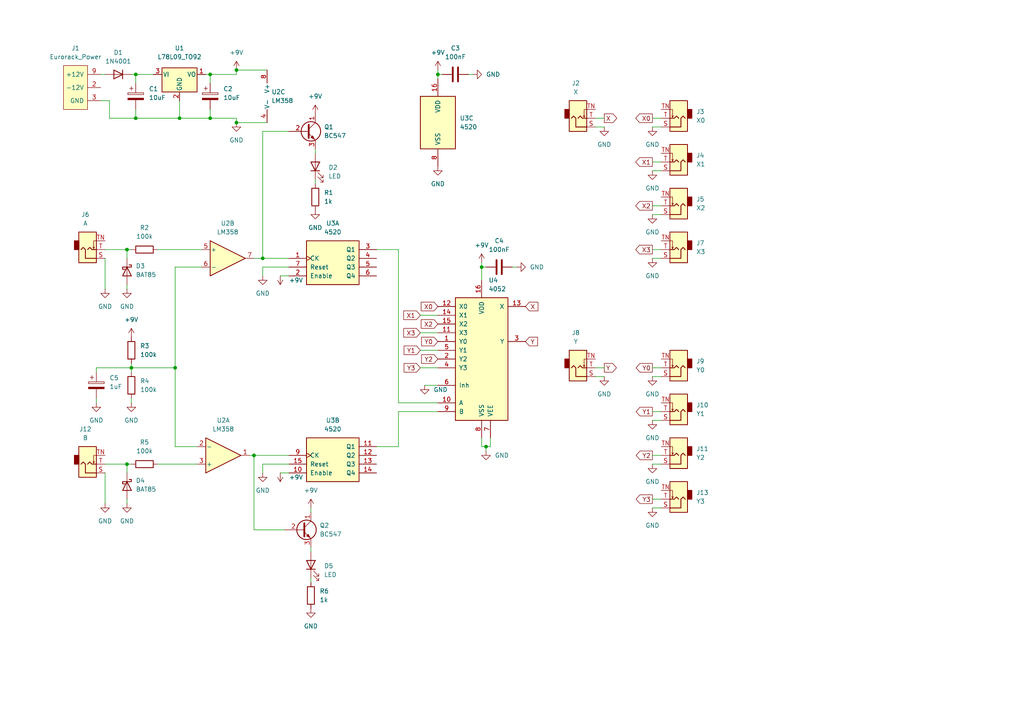
<source format=kicad_sch>
(kicad_sch (version 20211123) (generator eeschema)
  (paper "A4")
  (lib_symbols
    (symbol "4xxx:4052" (pin_names (offset 1.016))
      (property "Reference" "U" (at -7.62 19.05 0))
      (property "Value" "4052" (at -7.62 -19.05 0))
      (symbol "4052_1_0"
        (pin passive line (at -12.7 5.08 0) (length 5.08) (name "Y0") (number "1"))
        (pin input line (at -12.7 -12.7 0) (length 5.08) (name "A") (number "10"))
        (pin passive line (at -12.7 7.62 0) (length 5.08) (name "X3") (number "11"))
        (pin passive line (at -12.7 15.24 0) (length 5.08) (name "X0") (number "12"))
        (pin passive line (at 12.7 15.24 180) (length 5.08) (name "X") (number "13"))
        (pin passive line (at -12.7 12.7 0) (length 5.08) (name "X1") (number "14"))
        (pin passive line (at -12.7 10.16 0) (length 5.08) (name "X2") (number "15"))
        (pin power_in line (at 0 22.86 270) (length 5.08) (name "VDD") (number "16"))
        (pin passive line (at -12.7 0 0) (length 5.08) (name "Y2") (number "2"))
        (pin passive line (at 12.7 5.08 180) (length 5.08) (name "Y") (number "3"))
        (pin passive line (at -12.7 -2.54 0) (length 5.08) (name "Y3") (number "4"))
        (pin passive line (at -12.7 2.54 0) (length 5.08) (name "Y1") (number "5"))
        (pin input line (at -12.7 -7.62 0) (length 5.08) (name "Inh") (number "6"))
        (pin power_in line (at 2.54 -22.86 90) (length 5.08) (name "VEE") (number "7"))
        (pin power_in line (at 0 -22.86 90) (length 5.08) (name "VSS") (number "8"))
        (pin input line (at -12.7 -15.24 0) (length 5.08) (name "B") (number "9"))
      )
      (symbol "4052_1_1"
        (rectangle (start -7.62 17.78) (end 7.62 -17.78) (stroke (width 0.254)) (fill (type background)))
      )
    )
    (symbol "4xxx:4520" (pin_names (offset 1.016))
      (property "Reference" "U" (at -7.62 8.89 0))
      (property "Value" "4520" (at -7.62 -8.89 0))
      (symbol "4520_1_0"
        (pin input clock (at -12.7 0 0) (length 5.08) (name "CK") (number "1"))
        (pin input line (at -12.7 -5.08 0) (length 5.08) (name "Enable") (number "2"))
        (pin output line (at 12.7 2.54 180) (length 5.08) (name "Q1") (number "3"))
        (pin output line (at 12.7 0 180) (length 5.08) (name "Q2") (number "4"))
        (pin output line (at 12.7 -2.54 180) (length 5.08) (name "Q3") (number "5"))
        (pin output line (at 12.7 -5.08 180) (length 5.08) (name "Q4") (number "6"))
        (pin input line (at -12.7 -2.54 0) (length 5.08) (name "Reset") (number "7"))
      )
      (symbol "4520_1_1"
        (rectangle (start -7.62 5.08) (end 7.62 -7.62) (stroke (width 0.254)) (fill (type background)))
      )
      (symbol "4520_2_0"
        (pin input line (at -12.7 -5.08 0) (length 5.08) (name "Enable") (number "10"))
        (pin output line (at 12.7 2.54 180) (length 5.08) (name "Q1") (number "11"))
        (pin output line (at 12.7 0 180) (length 5.08) (name "Q2") (number "12"))
        (pin output line (at 12.7 -2.54 180) (length 5.08) (name "Q3") (number "13"))
        (pin output line (at 12.7 -5.08 180) (length 5.08) (name "Q4") (number "14"))
        (pin input line (at -12.7 -2.54 0) (length 5.08) (name "Reset") (number "15"))
        (pin input clock (at -12.7 0 0) (length 5.08) (name "CK") (number "9"))
      )
      (symbol "4520_2_1"
        (rectangle (start -7.62 5.08) (end 7.62 -7.62) (stroke (width 0.254)) (fill (type background)))
      )
      (symbol "4520_3_0"
        (pin power_in line (at 0 12.7 270) (length 5.08) (name "VDD") (number "16"))
        (pin power_in line (at 0 -12.7 90) (length 5.08) (name "VSS") (number "8"))
      )
      (symbol "4520_3_1"
        (rectangle (start -5.08 7.62) (end 5.08 -7.62) (stroke (width 0.254)) (fill (type background)))
      )
    )
    (symbol "Amplifier_Operational:LM358" (pin_names (offset 0.127))
      (property "Reference" "U" (at 0 5.08 0))
      (property "Value" "LM358" (at 0 -5.08 0))
      (symbol "LM358_1_1"
        (polyline (pts (xy -5.08 5.08) (xy 5.08 0) (xy -5.08 -5.08) (xy -5.08 5.08)) (stroke (width 0.254)) (fill (type background)))
        (pin output line (at 7.62 0 180) (length 2.54) (name "~") (number "1"))
        (pin input line (at -7.62 -2.54 0) (length 2.54) (name "-") (number "2"))
        (pin input line (at -7.62 2.54 0) (length 2.54) (name "+") (number "3"))
      )
      (symbol "LM358_2_1"
        (polyline (pts (xy -5.08 5.08) (xy 5.08 0) (xy -5.08 -5.08) (xy -5.08 5.08)) (stroke (width 0.254)) (fill (type background)))
        (pin input line (at -7.62 2.54 0) (length 2.54) (name "+") (number "5"))
        (pin input line (at -7.62 -2.54 0) (length 2.54) (name "-") (number "6"))
        (pin output line (at 7.62 0 180) (length 2.54) (name "~") (number "7"))
      )
      (symbol "LM358_3_1"
        (pin power_in line (at -2.54 -7.62 90) (length 3.81) (name "V-") (number "4"))
        (pin power_in line (at -2.54 7.62 270) (length 3.81) (name "V+") (number "8"))
      )
    )
    (symbol "Device:C" (pin_numbers hide) (pin_names (offset 0.254))
      (property "Reference" "C" (at 0.635 2.54 0))
      (property "Value" "C" (at 0.635 -2.54 0))
      (symbol "C_0_1"
        (polyline (pts (xy -2.032 -0.762) (xy 2.032 -0.762)) (stroke (width 0.508)))
        (polyline (pts (xy -2.032 0.762) (xy 2.032 0.762)) (stroke (width 0.508)))
      )
      (symbol "C_1_1"
        (pin passive line (at 0 3.81 270) (length 2.794) (name "~") (number "1"))
        (pin passive line (at 0 -3.81 90) (length 2.794) (name "~") (number "2"))
      )
    )
    (symbol "Device:C_Polarized" (pin_numbers hide) (pin_names (offset 0.254))
      (property "Reference" "C" (at 0.635 2.54 0))
      (property "Value" "C_Polarized" (at 0.635 -2.54 0))
      (symbol "C_Polarized_0_1"
        (rectangle (start -2.286 0.508) (end 2.286 1.016))
        (polyline (pts (xy -1.778 2.286) (xy -0.762 2.286)))
        (polyline (pts (xy -1.27 2.794) (xy -1.27 1.778)))
        (rectangle (start 2.286 -0.508) (end -2.286 -1.016) (fill (type outline)))
      )
      (symbol "C_Polarized_1_1"
        (pin passive line (at 0 3.81 270) (length 2.794) (name "~") (number "1"))
        (pin passive line (at 0 -3.81 90) (length 2.794) (name "~") (number "2"))
      )
    )
    (symbol "Device:LED" (pin_numbers hide) (pin_names (offset 1.016) hide)
      (property "Reference" "D" (at 0 2.54 0))
      (property "Value" "LED" (at 0 -2.54 0))
      (symbol "LED_0_1"
        (polyline (pts (xy -1.27 -1.27) (xy -1.27 1.27)) (stroke (width 0.254)))
        (polyline (pts (xy -1.27 0) (xy 1.27 0)))
        (polyline (pts (xy 1.27 -1.27) (xy 1.27 1.27) (xy -1.27 0) (xy 1.27 -1.27)) (stroke (width 0.254)))
        (polyline (pts (xy -3.048 -0.762) (xy -4.572 -2.286) (xy -3.81 -2.286) (xy -4.572 -2.286) (xy -4.572 -1.524)))
        (polyline (pts (xy -1.778 -0.762) (xy -3.302 -2.286) (xy -2.54 -2.286) (xy -3.302 -2.286) (xy -3.302 -1.524)))
      )
      (symbol "LED_1_1"
        (pin passive line (at -3.81 0 0) (length 2.54) (name "K") (number "1"))
        (pin passive line (at 3.81 0 180) (length 2.54) (name "A") (number "2"))
      )
    )
    (symbol "Device:R" (pin_numbers hide) (pin_names (offset 0))
      (property "Reference" "R" (at 2.032 0 90))
      (property "Value" "R" (at 0 0 90))
      (symbol "R_0_1"
        (rectangle (start -1.016 -2.54) (end 1.016 2.54) (stroke (width 0.254)))
      )
      (symbol "R_1_1"
        (pin passive line (at 0 3.81 270) (length 1.27) (name "~") (number "1"))
        (pin passive line (at 0 -3.81 90) (length 1.27) (name "~") (number "2"))
      )
    )
    (symbol "Diode:1N4001" (pin_numbers hide) (pin_names (offset 1.016) hide)
      (property "Reference" "D" (at 0 2.54 0))
      (property "Value" "1N4001" (at 0 -2.54 0))
      (symbol "1N4001_0_1"
        (polyline (pts (xy -1.27 1.27) (xy -1.27 -1.27)) (stroke (width 0.254)))
        (polyline (pts (xy 1.27 0) (xy -1.27 0)))
        (polyline (pts (xy 1.27 1.27) (xy 1.27 -1.27) (xy -1.27 0) (xy 1.27 1.27)) (stroke (width 0.254)))
      )
      (symbol "1N4001_1_1"
        (pin passive line (at -3.81 0 0) (length 2.54) (name "K") (number "1"))
        (pin passive line (at 3.81 0 180) (length 2.54) (name "A") (number "2"))
      )
    )
    (symbol "Diode:BAT85" (pin_numbers hide) (pin_names (offset 1.016) hide)
      (property "Reference" "D" (at 0 2.54 0))
      (property "Value" "BAT85" (at 0 -2.54 0))
      (symbol "BAT85_0_1"
        (polyline (pts (xy 1.27 0) (xy -1.27 0)))
        (polyline (pts (xy 1.27 1.27) (xy 1.27 -1.27) (xy -1.27 0) (xy 1.27 1.27)) (stroke (width 0.254)))
        (polyline (pts (xy -1.905 0.635) (xy -1.905 1.27) (xy -1.27 1.27) (xy -1.27 -1.27) (xy -0.635 -1.27) (xy -0.635 -0.635)) (stroke (width 0.254)))
      )
      (symbol "BAT85_1_1"
        (pin passive line (at -3.81 0 0) (length 2.54) (name "K") (number "1"))
        (pin passive line (at 3.81 0 180) (length 2.54) (name "A") (number "2"))
      )
    )
    (symbol "Regulator_Linear:L78L09_TO92" (pin_names (offset 0.254))
      (property "Reference" "U" (at -3.81 3.175 0))
      (property "Value" "L78L09_TO92" (at 0 3.175 0))
      (symbol "L78L09_TO92_0_1"
        (rectangle (start -5.08 -5.08) (end 5.08 1.905) (stroke (width 0.254)) (fill (type background)))
      )
      (symbol "L78L09_TO92_1_1"
        (pin power_out line (at 7.62 0 180) (length 2.54) (name "VO") (number "1"))
        (pin power_in line (at 0 -7.62 90) (length 2.54) (name "GND") (number "2"))
        (pin power_in line (at -7.62 0 0) (length 2.54) (name "VI") (number "3"))
      )
    )
    (symbol "Transistor_BJT:BC547" (pin_names (offset 0) hide)
      (property "Reference" "Q" (at 5.08 1.905 0))
      (property "Value" "BC547" (at 5.08 0 0))
      (symbol "BC547_0_1"
        (polyline (pts (xy 0 0) (xy 0.635 0)))
        (polyline (pts (xy 0.635 0.635) (xy 2.54 2.54)))
        (polyline (pts (xy 0.635 -0.635) (xy 2.54 -2.54) (xy 2.54 -2.54)))
        (polyline (pts (xy 0.635 1.905) (xy 0.635 -1.905) (xy 0.635 -1.905)) (stroke (width 0.508)))
        (polyline (pts (xy 1.27 -1.778) (xy 1.778 -1.27) (xy 2.286 -2.286) (xy 1.27 -1.778) (xy 1.27 -1.778)) (fill (type outline)))
        (circle (center 1.27 0) (radius 2.8194) (stroke (width 0.254)))
      )
      (symbol "BC547_1_1"
        (pin passive line (at 2.54 5.08 270) (length 2.54) (name "C") (number "1"))
        (pin input line (at -5.08 0 0) (length 5.08) (name "B") (number "2"))
        (pin passive line (at 2.54 -5.08 90) (length 2.54) (name "E") (number "3"))
      )
    )
    (symbol "power:+9V" (power) (pin_names (offset 0))
      (property "Value" "+9V" (at 0 3.556 0))
      (symbol "+9V_0_1"
        (polyline (pts (xy -0.762 1.27) (xy 0 2.54)))
        (polyline (pts (xy 0 0) (xy 0 2.54)))
        (polyline (pts (xy 0 2.54) (xy 0.762 1.27)))
      )
      (symbol "+9V_1_1"
        (pin power_in line (at 0 0 90) (length 0) hide (name "+9V") (number "1"))
      )
    )
    (symbol "power:GND" (power) (pin_names (offset 0))
      (property "Value" "GND" (at 0 -3.81 0))
      (symbol "GND_0_1"
        (polyline (pts (xy 0 0) (xy 0 -1.27) (xy 1.27 -1.27) (xy 0 -2.54) (xy -1.27 -1.27) (xy 0 -1.27)))
      )
      (symbol "GND_1_1"
        (pin power_in line (at 0 0 270) (length 0) hide (name "GND") (number "1"))
      )
    )
    (symbol "winterbloom:Eurorack_Mono_Jack" (pin_names hide)
      (property "Reference" "J" (at 3.302 -4.064 0))
      (property "Value" "Eurorack_Mono_Jack" (at 0 5.08 0))
      (symbol "Eurorack_Mono_Jack_0_1"
        (rectangle (start -2.54 -5.08) (end 2.54 3.81) (stroke (width 0.254)) (fill (type background)))
        (polyline (pts (xy -1.778 -1.016) (xy -2.032 -0.508)))
        (polyline (pts (xy -2.54 1.27) (xy -1.778 1.27) (xy -1.778 -1.016) (xy -1.524 -0.508)))
        (polyline (pts (xy 0 -1.27) (xy -0.635 -0.635) (xy -1.27 -1.27) (xy -2.54 -1.27)) (stroke (width 0.254)))
        (polyline (pts (xy -2.54 -3.81) (xy 0.635 -3.81) (xy 0.635 -1.27) (xy 1.27 -0.635) (xy 1.905 -1.27)) (stroke (width 0.254)))
        (rectangle (start 2.54 -1.27) (end 3.81 1.27) (stroke (width 0.254)) (fill (type outline)))
      )
      (symbol "Eurorack_Mono_Jack_1_1"
        (pin passive line (at -5.08 -3.81 0) (length 2.54) (name "Sleeve") (number "S"))
        (pin passive line (at -5.08 -1.27 0) (length 2.54) (name "Tip") (number "T"))
        (pin passive line (at -5.08 1.27 0) (length 2.54) (name "Tip_normalize") (number "TN"))
      )
    )
    (symbol "winterbloom:Eurorack_Power" (pin_names (offset 1.016))
      (property "Reference" "J" (at -0.635 7.62 0))
      (property "Value" "Eurorack_Power" (at 0 -7.62 0))
      (symbol "Eurorack_Power_0_1"
        (rectangle (start -3.175 6.35) (end 3.81 -6.35) (fill (type background)))
      )
      (symbol "Eurorack_Power_1_1"
        (pin power_out line (at 7.62 0 180) (length 3.81) hide (name "-12V") (number "1"))
        (pin passive line (at 7.62 3.81 180) (length 3.81) hide (name "+12V") (number "10"))
        (pin passive line (at 7.62 0 180) (length 3.81) (name "-12V") (number "2"))
        (pin power_out line (at 7.62 -3.81 180) (length 3.81) (name "GND") (number "3"))
        (pin passive line (at 7.62 -3.81 180) (length 3.81) hide (name "GND") (number "4"))
        (pin passive line (at 7.62 -3.81 180) (length 3.81) hide (name "GND") (number "5"))
        (pin passive line (at 7.62 -3.81 180) (length 3.81) hide (name "GND") (number "6"))
        (pin passive line (at 7.62 -3.81 180) (length 3.81) hide (name "GND") (number "7"))
        (pin passive line (at 7.62 -3.81 180) (length 3.81) hide (name "GND") (number "8"))
        (pin power_out line (at 7.62 3.81 180) (length 3.81) (name "+12V") (number "9"))
      )
    )
  )
  (junction (at 68.58 35.56))
  (junction (at 60.96 34.29))
  (junction (at 127 21.59))
  (junction (at 50.8 106.68))
  (junction (at 38.1 106.68))
  (junction (at 68.58 20.32))
  (junction (at 52.07 34.29))
  (junction (at 60.96 21.59))
  (junction (at 36.83 72.39))
  (junction (at 39.37 34.29))
  (junction (at 140.97 129.54))
  (junction (at 39.37 21.59))
  (junction (at 76.2 74.93))
  (junction (at 73.66 132.08))
  (junction (at 139.7 77.47))
  (junction (at 36.83 134.62))
  (wire (pts (xy 137.16 21.59) (xy 135.89 21.59)))
  (wire (pts (xy 189.23 132.08) (xy 191.77 132.08)))
  (wire (pts (xy 90.17 167.64) (xy 90.17 168.91)))
  (wire (pts (xy 140.97 129.54) (xy 142.24 129.54)))
  (wire (pts (xy 29.21 29.21) (xy 31.75 29.21)))
  (wire (pts (xy 189.23 106.68) (xy 191.77 106.68)))
  (wire (pts (xy 45.72 72.39) (xy 58.42 72.39)))
  (wire (pts (xy 60.96 21.59) (xy 59.69 21.59)))
  (wire (pts (xy 121.92 106.68) (xy 127 106.68)))
  (wire (pts (xy 45.72 134.62) (xy 57.15 134.62)))
  (wire (pts (xy 81.28 137.16) (xy 83.82 137.16)))
  (wire (pts (xy 115.57 119.38) (xy 115.57 129.54)))
  (wire (pts (xy 83.82 77.47) (xy 76.2 77.47)))
  (wire (pts (xy 39.37 34.29) (xy 52.07 34.29)))
  (wire (pts (xy 50.8 106.68) (xy 50.8 129.54)))
  (wire (pts (xy 140.97 77.47) (xy 139.7 77.47)))
  (wire (pts (xy 36.83 144.78) (xy 36.83 146.05)))
  (wire (pts (xy 52.07 29.21) (xy 52.07 34.29)))
  (wire (pts (xy 127 20.32) (xy 127 21.59)))
  (wire (pts (xy 38.1 21.59) (xy 39.37 21.59)))
  (wire (pts (xy 83.82 38.1) (xy 76.2 38.1)))
  (wire (pts (xy 109.22 72.39) (xy 115.57 72.39)))
  (wire (pts (xy 29.21 21.59) (xy 30.48 21.59)))
  (wire (pts (xy 189.23 74.93) (xy 191.77 74.93)))
  (wire (pts (xy 91.44 52.07) (xy 91.44 53.34)))
  (wire (pts (xy 30.48 72.39) (xy 36.83 72.39)))
  (wire (pts (xy 36.83 134.62) (xy 30.48 134.62)))
  (wire (pts (xy 38.1 116.84) (xy 38.1 115.57)))
  (wire (pts (xy 73.66 132.08) (xy 83.82 132.08)))
  (wire (pts (xy 139.7 77.47) (xy 139.7 81.28)))
  (wire (pts (xy 68.58 34.29) (xy 68.58 35.56)))
  (wire (pts (xy 36.83 74.93) (xy 36.83 72.39)))
  (wire (pts (xy 139.7 76.2) (xy 139.7 77.47)))
  (wire (pts (xy 60.96 34.29) (xy 68.58 34.29)))
  (wire (pts (xy 189.23 134.62) (xy 191.77 134.62)))
  (wire (pts (xy 76.2 134.62) (xy 76.2 137.16)))
  (wire (pts (xy 127 21.59) (xy 127 22.86)))
  (wire (pts (xy 121.92 96.52) (xy 127 96.52)))
  (wire (pts (xy 128.27 21.59) (xy 127 21.59)))
  (wire (pts (xy 109.22 129.54) (xy 115.57 129.54)))
  (wire (pts (xy 123.19 111.76) (xy 127 111.76)))
  (wire (pts (xy 36.83 134.62) (xy 38.1 134.62)))
  (wire (pts (xy 57.15 129.54) (xy 50.8 129.54)))
  (wire (pts (xy 189.23 59.69) (xy 191.77 59.69)))
  (wire (pts (xy 38.1 106.68) (xy 38.1 107.95)))
  (wire (pts (xy 68.58 35.56) (xy 77.47 35.56)))
  (wire (pts (xy 30.48 137.16) (xy 30.48 146.05)))
  (wire (pts (xy 139.7 129.54) (xy 140.97 129.54)))
  (wire (pts (xy 90.17 148.59) (xy 90.17 147.32)))
  (wire (pts (xy 175.26 36.83) (xy 172.72 36.83)))
  (wire (pts (xy 60.96 21.59) (xy 68.58 21.59)))
  (wire (pts (xy 60.96 31.75) (xy 60.96 34.29)))
  (wire (pts (xy 36.83 82.55) (xy 36.83 83.82)))
  (wire (pts (xy 39.37 21.59) (xy 44.45 21.59)))
  (wire (pts (xy 189.23 119.38) (xy 191.77 119.38)))
  (wire (pts (xy 60.96 24.13) (xy 60.96 21.59)))
  (wire (pts (xy 121.92 91.44) (xy 127 91.44)))
  (wire (pts (xy 81.28 80.01) (xy 83.82 80.01)))
  (wire (pts (xy 175.26 34.29) (xy 172.72 34.29)))
  (wire (pts (xy 73.66 74.93) (xy 76.2 74.93)))
  (wire (pts (xy 189.23 36.83) (xy 191.77 36.83)))
  (wire (pts (xy 189.23 121.92) (xy 191.77 121.92)))
  (wire (pts (xy 39.37 21.59) (xy 39.37 24.13)))
  (wire (pts (xy 38.1 106.68) (xy 50.8 106.68)))
  (wire (pts (xy 76.2 38.1) (xy 76.2 74.93)))
  (wire (pts (xy 72.39 132.08) (xy 73.66 132.08)))
  (wire (pts (xy 76.2 77.47) (xy 76.2 80.01)))
  (wire (pts (xy 189.23 46.99) (xy 191.77 46.99)))
  (wire (pts (xy 31.75 29.21) (xy 31.75 34.29)))
  (wire (pts (xy 68.58 20.32) (xy 68.58 21.59)))
  (wire (pts (xy 76.2 74.93) (xy 83.82 74.93)))
  (wire (pts (xy 30.48 74.93) (xy 30.48 83.82)))
  (wire (pts (xy 27.94 106.68) (xy 27.94 107.95)))
  (wire (pts (xy 140.97 129.54) (xy 140.97 130.81)))
  (wire (pts (xy 115.57 72.39) (xy 115.57 116.84)))
  (wire (pts (xy 149.86 77.47) (xy 148.59 77.47)))
  (wire (pts (xy 27.94 115.57) (xy 27.94 116.84)))
  (wire (pts (xy 91.44 43.18) (xy 91.44 44.45)))
  (wire (pts (xy 31.75 34.29) (xy 39.37 34.29)))
  (wire (pts (xy 127 119.38) (xy 115.57 119.38)))
  (wire (pts (xy 189.23 72.39) (xy 191.77 72.39)))
  (wire (pts (xy 189.23 144.78) (xy 191.77 144.78)))
  (wire (pts (xy 73.66 132.08) (xy 73.66 153.67)))
  (wire (pts (xy 36.83 72.39) (xy 38.1 72.39)))
  (wire (pts (xy 189.23 34.29) (xy 191.77 34.29)))
  (wire (pts (xy 90.17 158.75) (xy 90.17 160.02)))
  (wire (pts (xy 189.23 49.53) (xy 191.77 49.53)))
  (wire (pts (xy 36.83 137.16) (xy 36.83 134.62)))
  (wire (pts (xy 68.58 20.32) (xy 77.47 20.32)))
  (wire (pts (xy 38.1 106.68) (xy 27.94 106.68)))
  (wire (pts (xy 115.57 116.84) (xy 127 116.84)))
  (wire (pts (xy 58.42 77.47) (xy 50.8 77.47)))
  (wire (pts (xy 139.7 127) (xy 139.7 129.54)))
  (wire (pts (xy 175.26 106.68) (xy 172.72 106.68)))
  (wire (pts (xy 38.1 105.41) (xy 38.1 106.68)))
  (wire (pts (xy 73.66 153.67) (xy 82.55 153.67)))
  (wire (pts (xy 142.24 127) (xy 142.24 129.54)))
  (wire (pts (xy 189.23 62.23) (xy 191.77 62.23)))
  (wire (pts (xy 39.37 31.75) (xy 39.37 34.29)))
  (wire (pts (xy 50.8 77.47) (xy 50.8 106.68)))
  (wire (pts (xy 189.23 109.22) (xy 191.77 109.22)))
  (wire (pts (xy 175.26 109.22) (xy 172.72 109.22)))
  (wire (pts (xy 52.07 34.29) (xy 60.96 34.29)))
  (wire (pts (xy 83.82 134.62) (xy 76.2 134.62)))
  (wire (pts (xy 189.23 147.32) (xy 191.77 147.32)))
  (wire (pts (xy 121.92 101.6) (xy 127 101.6)))
  (text "0" (at 391.16 280.67 0) (effects (font (size 1.27 1.27)) (justify left bottom)))
  (global_label "X0" (shape input) (at 127 88.9 180) (property "Intersheet References" "${INTERSHEET_REFS}" (effects hide)))
  (global_label "X0" (shape output) (at 189.23 34.29 180) (property "Intersheet References" "${INTERSHEET_REFS}" (effects hide)))
  (global_label "Y2" (shape output) (at 189.23 132.08 180) (property "Intersheet References" "${INTERSHEET_REFS}" (effects hide)))
  (global_label "X2" (shape input) (at 127 93.98 180) (property "Intersheet References" "${INTERSHEET_REFS}" (effects hide)))
  (global_label "Y0" (shape input) (at 127 99.06 180) (property "Intersheet References" "${INTERSHEET_REFS}" (effects hide)))
  (global_label "Y3" (shape input) (at 121.92 106.68 180) (property "Intersheet References" "${INTERSHEET_REFS}" (effects hide)))
  (global_label "Y" (shape output) (at 175.26 106.68 0) (property "Intersheet References" "${INTERSHEET_REFS}" (effects hide)))
  (global_label "X" (shape input) (at 152.4 88.9 0) (property "Intersheet References" "${INTERSHEET_REFS}" (effects hide)))
  (global_label "Y3" (shape output) (at 189.23 144.78 180) (property "Intersheet References" "${INTERSHEET_REFS}" (effects hide)))
  (global_label "Y0" (shape output) (at 189.23 106.68 180) (property "Intersheet References" "${INTERSHEET_REFS}" (effects hide)))
  (global_label "Y1" (shape output) (at 189.23 119.38 180) (property "Intersheet References" "${INTERSHEET_REFS}" (effects hide)))
  (global_label "X3" (shape input) (at 121.92 96.52 180) (property "Intersheet References" "${INTERSHEET_REFS}" (effects hide)))
  (global_label "X1" (shape input) (at 121.92 91.44 180) (property "Intersheet References" "${INTERSHEET_REFS}" (effects hide)))
  (global_label "Y1" (shape input) (at 121.92 101.6 180) (property "Intersheet References" "${INTERSHEET_REFS}" (effects hide)))
  (global_label "X2" (shape output) (at 189.23 59.69 180) (property "Intersheet References" "${INTERSHEET_REFS}" (effects hide)))
  (global_label "Y2" (shape input) (at 127 104.14 180) (property "Intersheet References" "${INTERSHEET_REFS}" (effects hide)))
  (global_label "X" (shape output) (at 175.26 34.29 0) (property "Intersheet References" "${INTERSHEET_REFS}" (effects hide)))
  (global_label "Y" (shape input) (at 152.4 99.06 0) (property "Intersheet References" "${INTERSHEET_REFS}" (effects hide)))
  (global_label "X1" (shape output) (at 189.23 46.99 180) (property "Intersheet References" "${INTERSHEET_REFS}" (effects hide)))
  (global_label "X3" (shape output) (at 189.23 72.39 180) (property "Intersheet References" "${INTERSHEET_REFS}" (effects hide)))
  (symbol (lib_id "power:+9V") (at 127 20.32 0) (unit 1)
    (property "Reference" "#PWR01" (effects hide))
    (property "Value" "+9V" (at 127 15.24 0))
  )
  (symbol (lib_id "power:GND") (at 175.26 109.22 0) (mirror y) (unit 1)
    (property "Reference" "#PWR020" (effects hide))
    (property "Value" "GND" (at 175.26 114.3 0))
  )
  (symbol (lib_id "power:GND") (at 68.58 35.56 0) (unit 1)
    (property "Reference" "#PWR016" (effects hide))
    (property "Value" "GND" (at 68.58 40.64 0))
  )
  (symbol (lib_id "Device:LED") (at 91.44 48.26 90) (unit 1)
    (property "Reference" "D2" (at 95.25 48.5774 90) (effects (justify right)))
    (property "Value" "LED" (at 95.25 51.1174 90) (effects (justify right)))
    (property "Footprint" "LED_THT:LED_D3.0mm" (effects hide))
  )
  (symbol (lib_id "power:+9V") (at 81.28 137.16 180) (unit 1)
    (property "Reference" "#PWR029" (effects hide))
    (property "Value" "+9V" (at 83.82 138.4299 0) (effects (justify right)))
  )
  (symbol (lib_id "winterbloom:Eurorack_Mono_Jack") (at 196.85 71.12 0) (unit 1)
    (property "Reference" "J7" (at 201.93 70.4849 0) (effects (justify left)))
    (property "Value" "X3" (at 201.93 73.0249 0) (effects (justify left)))
    (property "Footprint" "winterbloom:AudioJack_WQP518MA" (effects hide))
    (property "Datasheet" "http://www.qingpu-electronics.com/en/products/WQP-PJ398SM-362.html" (effects hide))
    (property "MPN" "WQP-WQP518MA" (effects hide))
  )
  (symbol (lib_id "power:GND") (at 189.23 49.53 0) (unit 1)
    (property "Reference" "#PWR07" (effects hide))
    (property "Value" "GND" (at 189.23 54.61 0))
  )
  (symbol (lib_id "power:GND") (at 189.23 74.93 0) (unit 1)
    (property "Reference" "#PWR010" (effects hide))
    (property "Value" "GND" (at 189.23 80.01 0))
  )
  (symbol (lib_id "Device:R") (at 91.44 57.15 0) (unit 1)
    (property "Reference" "R1" (at 93.98 55.8799 0) (effects (justify left)))
    (property "Value" "1k" (at 93.98 58.4199 0) (effects (justify left)))
    (property "Footprint" "Resistor_THT:R_Axial_DIN0204_L3.6mm_D1.6mm_P7.62mm_Horizontal" (effects hide))
  )
  (symbol (lib_id "power:GND") (at 189.23 36.83 0) (unit 1)
    (property "Reference" "#PWR05" (effects hide))
    (property "Value" "GND" (at 189.23 41.91 0))
  )
  (symbol (lib_id "power:GND") (at 123.19 111.76 0) (unit 1)
    (property "Reference" "#PWR022" (effects hide))
    (property "Value" "GND" (at 125.73 113.0299 0) (effects (justify left)))
  )
  (symbol (lib_id "power:GND") (at 189.23 134.62 0) (unit 1)
    (property "Reference" "#PWR027" (effects hide))
    (property "Value" "GND" (at 189.23 139.7 0))
  )
  (symbol (lib_id "power:GND") (at 90.17 176.53 0) (unit 1)
    (property "Reference" "#PWR034" (effects hide))
    (property "Value" "GND" (at 90.17 181.61 0))
  )
  (symbol (lib_id "winterbloom:Eurorack_Power") (at 21.59 25.4 0) (unit 1)
    (property "Reference" "J1" (at 21.9075 13.97 0))
    (property "Value" "Eurorack_Power" (at 21.9075 16.51 0))
    (property "Footprint" "winterbloom:Eurorack_Power_2x5_Shrouded" (effects hide))
    (property "Datasheet" "https://static6.arrow.com/aropdfconversion/1507f1621f4e67855dd466ebb3ac550d52564a9d/32302-sxx1.pdf" (effects hide))
    (property "mpn" "302-S101" (effects hide))
  )
  (symbol (lib_id "power:GND") (at 189.23 109.22 0) (unit 1)
    (property "Reference" "#PWR021" (effects hide))
    (property "Value" "GND" (at 189.23 114.3 0))
  )
  (symbol (lib_id "Amplifier_Operational:LM358") (at 64.77 132.08 0) (mirror x) (unit 1)
    (property "Reference" "U2" (at 64.77 121.92 0))
    (property "Value" "LM358" (at 64.77 124.46 0))
    (property "Footprint" "Package_DIP:DIP-8_W7.62mm_Socket" (effects hide))
    (property "Datasheet" "http://www.ti.com/lit/ds/symlink/lm2904-n.pdf" (effects hide))
  )
  (symbol (lib_id "power:+9V") (at 91.44 33.02 0) (unit 1)
    (property "Reference" "#PWR03" (effects hide))
    (property "Value" "+9V" (at 91.44 27.94 0))
  )
  (symbol (lib_id "Diode:BAT85") (at 36.83 78.74 270) (unit 1)
    (property "Reference" "D3" (at 39.37 77.1524 90) (effects (justify left)))
    (property "Value" "BAT85" (at 39.37 79.6924 90) (effects (justify left)))
    (property "Footprint" "Diode_THT:D_DO-35_SOD27_P7.62mm_Horizontal" (effects hide))
    (property "Datasheet" "https://assets.nexperia.com/documents/data-sheet/BAT85.pdf" (effects hide))
  )
  (symbol (lib_id "Amplifier_Operational:LM358") (at 80.01 27.94 0) (unit 3)
    (property "Reference" "U2" (at 78.74 26.6699 0) (effects (justify left)))
    (property "Value" "LM358" (at 78.74 29.2099 0) (effects (justify left)))
    (property "Footprint" "Package_DIP:DIP-8_W7.62mm_Socket" (effects hide))
    (property "Datasheet" "http://www.ti.com/lit/ds/symlink/lm2904-n.pdf" (effects hide))
  )
  (symbol (lib_id "4xxx:4520") (at 96.52 132.08 0) (unit 2)
    (property "Reference" "U3" (at 96.52 121.92 0))
    (property "Value" "4520" (at 96.52 124.46 0))
    (property "Footprint" "Package_DIP:DIP-16_W7.62mm_Socket" (effects hide))
    (property "Datasheet" "http://www.intersil.com/content/dam/Intersil/documents/cd45/cd4518bms-20bms.pdf" (effects hide))
  )
  (symbol (lib_id "power:GND") (at 76.2 80.01 0) (unit 1)
    (property "Reference" "#PWR013" (effects hide))
    (property "Value" "GND" (at 76.2 85.09 0))
  )
  (symbol (lib_id "Device:C") (at 132.08 21.59 90) (unit 1)
    (property "Reference" "C3" (at 132.08 13.97 90))
    (property "Value" "100nF" (at 132.08 16.51 90))
    (property "Footprint" "Capacitor_THT:C_Disc_D3.8mm_W2.6mm_P2.50mm" (effects hide))
  )
  (symbol (lib_id "power:GND") (at 140.97 130.81 0) (unit 1)
    (property "Reference" "#PWR026" (effects hide))
    (property "Value" "GND" (at 143.51 132.0799 0) (effects (justify left)))
  )
  (symbol (lib_id "winterbloom:Eurorack_Mono_Jack") (at 25.4 71.12 0) (mirror y) (unit 1)
    (property "Reference" "J6" (at 24.765 62.23 0))
    (property "Value" "A" (at 24.765 64.77 0))
    (property "Footprint" "winterbloom:AudioJack_WQP518MA" (effects hide))
    (property "Datasheet" "http://www.qingpu-electronics.com/en/products/WQP-PJ398SM-362.html" (effects hide))
    (property "MPN" "WQP-WQP518MA" (effects hide))
  )
  (symbol (lib_id "Amplifier_Operational:LM358") (at 66.04 74.93 0) (unit 2)
    (property "Reference" "U2" (at 66.04 64.77 0))
    (property "Value" "LM358" (at 66.04 67.31 0))
    (property "Footprint" "Package_DIP:DIP-8_W7.62mm_Socket" (effects hide))
    (property "Datasheet" "http://www.ti.com/lit/ds/symlink/lm2904-n.pdf" (effects hide))
  )
  (symbol (lib_id "4xxx:4052") (at 139.7 104.14 0) (unit 1)
    (property "Reference" "U4" (at 141.7194 81.28 0) (effects (justify left)))
    (property "Value" "4052" (at 141.7194 83.82 0) (effects (justify left)))
    (property "Footprint" "Package_DIP:DIP-16_W7.62mm_Socket" (effects hide))
    (property "Datasheet" "http://www.intersil.com/content/dam/Intersil/documents/cd40/cd4051bms-52bms-53bms.pdf" (effects hide))
  )
  (symbol (lib_id "power:GND") (at 30.48 83.82 0) (unit 1)
    (property "Reference" "#PWR017" (effects hide))
    (property "Value" "GND" (at 30.48 88.9 0))
  )
  (symbol (lib_id "power:GND") (at 189.23 121.92 0) (unit 1)
    (property "Reference" "#PWR025" (effects hide))
    (property "Value" "GND" (at 189.23 127 0))
  )
  (symbol (lib_id "winterbloom:Eurorack_Mono_Jack") (at 196.85 33.02 0) (unit 1)
    (property "Reference" "J3" (at 201.93 32.3849 0) (effects (justify left)))
    (property "Value" "X0" (at 201.93 34.9249 0) (effects (justify left)))
    (property "Footprint" "winterbloom:AudioJack_WQP518MA" (effects hide))
    (property "Datasheet" "http://www.qingpu-electronics.com/en/products/WQP-PJ398SM-362.html" (effects hide))
    (property "MPN" "WQP-WQP518MA" (effects hide))
  )
  (symbol (lib_id "power:GND") (at 36.83 83.82 0) (unit 1)
    (property "Reference" "#PWR018" (effects hide))
    (property "Value" "GND" (at 36.83 88.9 0))
  )
  (symbol (lib_id "power:+9V") (at 90.17 147.32 0) (unit 1)
    (property "Reference" "#PWR032" (effects hide))
    (property "Value" "+9V" (at 90.17 142.24 0))
  )
  (symbol (lib_id "Device:C") (at 144.78 77.47 90) (unit 1)
    (property "Reference" "C4" (at 144.78 69.85 90))
    (property "Value" "100nF" (at 144.78 72.39 90))
    (property "Footprint" "Capacitor_THT:C_Disc_D3.8mm_W2.6mm_P2.50mm" (effects hide))
  )
  (symbol (lib_id "power:GND") (at 30.48 146.05 0) (unit 1)
    (property "Reference" "#PWR030" (effects hide))
    (property "Value" "GND" (at 30.48 151.13 0))
  )
  (symbol (lib_id "Diode:1N4001") (at 34.29 21.59 180) (unit 1)
    (property "Reference" "D1" (at 34.29 15.24 0))
    (property "Value" "1N4001" (at 34.29 17.78 0))
    (property "Footprint" "Diode_THT:D_DO-41_SOD81_P10.16mm_Horizontal" (effects hide))
    (property "Datasheet" "http://www.vishay.com/docs/88503/1n4001.pdf" (effects hide))
  )
  (symbol (lib_id "Device:C_Polarized") (at 27.94 111.76 0) (unit 1)
    (property "Reference" "C5" (at 31.75 109.6009 0) (effects (justify left)))
    (property "Value" "1uF" (at 31.75 112.1409 0) (effects (justify left)))
    (property "Footprint" "Capacitor_THT:CP_Radial_D5.0mm_P2.50mm" (effects hide))
  )
  (symbol (lib_id "winterbloom:Eurorack_Mono_Jack") (at 167.64 33.02 0) (mirror y) (unit 1)
    (property "Reference" "J2" (at 167.005 24.13 0))
    (property "Value" "X" (at 167.005 26.67 0))
    (property "Footprint" "winterbloom:AudioJack_WQP518MA" (effects hide))
    (property "Datasheet" "http://www.qingpu-electronics.com/en/products/WQP-PJ398SM-362.html" (effects hide))
    (property "MPN" "WQP-WQP518MA" (effects hide))
  )
  (symbol (lib_id "power:GND") (at 38.1 116.84 0) (unit 1)
    (property "Reference" "#PWR024" (effects hide))
    (property "Value" "GND" (at 38.1 121.92 0))
  )
  (symbol (lib_id "power:GND") (at 175.26 36.83 0) (mirror y) (unit 1)
    (property "Reference" "#PWR04" (effects hide))
    (property "Value" "GND" (at 175.26 41.91 0))
  )
  (symbol (lib_id "Device:R") (at 38.1 111.76 180) (unit 1)
    (property "Reference" "R4" (at 40.64 110.4899 0) (effects (justify right)))
    (property "Value" "100k" (at 40.64 113.0299 0) (effects (justify right)))
    (property "Footprint" "Resistor_THT:R_Axial_DIN0204_L3.6mm_D1.6mm_P7.62mm_Horizontal" (effects hide))
  )
  (symbol (lib_id "winterbloom:Eurorack_Mono_Jack") (at 196.85 143.51 0) (unit 1)
    (property "Reference" "J13" (at 201.93 142.8749 0) (effects (justify left)))
    (property "Value" "Y3" (at 201.93 145.4149 0) (effects (justify left)))
    (property "Footprint" "winterbloom:AudioJack_WQP518MA" (effects hide))
    (property "Datasheet" "http://www.qingpu-electronics.com/en/products/WQP-PJ398SM-362.html" (effects hide))
    (property "MPN" "WQP-WQP518MA" (effects hide))
  )
  (symbol (lib_id "winterbloom:Eurorack_Mono_Jack") (at 196.85 105.41 0) (unit 1)
    (property "Reference" "J9" (at 201.93 104.7749 0) (effects (justify left)))
    (property "Value" "Y0" (at 201.93 107.3149 0) (effects (justify left)))
    (property "Footprint" "winterbloom:AudioJack_WQP518MA" (effects hide))
    (property "Datasheet" "http://www.qingpu-electronics.com/en/products/WQP-PJ398SM-362.html" (effects hide))
    (property "MPN" "WQP-WQP518MA" (effects hide))
  )
  (symbol (lib_id "winterbloom:Eurorack_Mono_Jack") (at 25.4 133.35 0) (mirror y) (unit 1)
    (property "Reference" "J12" (at 24.765 124.46 0))
    (property "Value" "B" (at 24.765 127 0))
    (property "Footprint" "winterbloom:AudioJack_WQP518MA" (effects hide))
    (property "Datasheet" "http://www.qingpu-electronics.com/en/products/WQP-PJ398SM-362.html" (effects hide))
    (property "MPN" "WQP-WQP518MA" (effects hide))
  )
  (symbol (lib_id "4xxx:4520") (at 96.52 74.93 0) (unit 1)
    (property "Reference" "U3" (at 96.52 64.77 0))
    (property "Value" "4520" (at 96.52 67.31 0))
    (property "Footprint" "Package_DIP:DIP-16_W7.62mm_Socket" (effects hide))
    (property "Datasheet" "http://www.intersil.com/content/dam/Intersil/documents/cd45/cd4518bms-20bms.pdf" (effects hide))
  )
  (symbol (lib_id "power:+9V") (at 81.28 80.01 180) (unit 1)
    (property "Reference" "#PWR014" (effects hide))
    (property "Value" "+9V" (at 83.82 81.2799 0) (effects (justify right)))
  )
  (symbol (lib_id "Diode:BAT85") (at 36.83 140.97 270) (unit 1)
    (property "Reference" "D4" (at 39.37 139.3824 90) (effects (justify left)))
    (property "Value" "BAT85" (at 39.37 141.9224 90) (effects (justify left)))
    (property "Footprint" "Diode_THT:D_DO-35_SOD27_P7.62mm_Horizontal" (effects hide))
    (property "Datasheet" "https://assets.nexperia.com/documents/data-sheet/BAT85.pdf" (effects hide))
  )
  (symbol (lib_id "winterbloom:Eurorack_Mono_Jack") (at 196.85 118.11 0) (unit 1)
    (property "Reference" "J10" (at 201.93 117.4749 0) (effects (justify left)))
    (property "Value" "Y1" (at 201.93 120.0149 0) (effects (justify left)))
    (property "Footprint" "winterbloom:AudioJack_WQP518MA" (effects hide))
    (property "Datasheet" "http://www.qingpu-electronics.com/en/products/WQP-PJ398SM-362.html" (effects hide))
    (property "MPN" "WQP-WQP518MA" (effects hide))
  )
  (symbol (lib_id "Device:C_Polarized") (at 39.37 27.94 0) (unit 1)
    (property "Reference" "C1" (at 43.18 25.7809 0) (effects (justify left)))
    (property "Value" "10uF" (at 43.18 28.3209 0) (effects (justify left)))
    (property "Footprint" "Capacitor_THT:CP_Radial_D5.0mm_P2.50mm" (effects hide))
  )
  (symbol (lib_id "power:+9V") (at 68.58 20.32 0) (unit 1)
    (property "Reference" "#PWR015" (effects hide))
    (property "Value" "+9V" (at 68.58 15.24 0))
  )
  (symbol (lib_id "Device:LED") (at 90.17 163.83 90) (unit 1)
    (property "Reference" "D5" (at 93.98 164.1474 90) (effects (justify right)))
    (property "Value" "LED" (at 93.98 166.6874 90) (effects (justify right)))
    (property "Footprint" "LED_THT:LED_D3.0mm" (effects hide))
  )
  (symbol (lib_id "power:GND") (at 36.83 146.05 0) (unit 1)
    (property "Reference" "#PWR031" (effects hide))
    (property "Value" "GND" (at 36.83 151.13 0))
  )
  (symbol (lib_id "power:GND") (at 76.2 137.16 0) (unit 1)
    (property "Reference" "#PWR028" (effects hide))
    (property "Value" "GND" (at 76.2 142.24 0))
  )
  (symbol (lib_id "power:GND") (at 189.23 147.32 0) (unit 1)
    (property "Reference" "#PWR033" (effects hide))
    (property "Value" "GND" (at 189.23 152.4 0))
  )
  (symbol (lib_id "winterbloom:Eurorack_Mono_Jack") (at 196.85 58.42 0) (unit 1)
    (property "Reference" "J5" (at 201.93 57.7849 0) (effects (justify left)))
    (property "Value" "X2" (at 201.93 60.3249 0) (effects (justify left)))
    (property "Footprint" "winterbloom:AudioJack_WQP518MA" (effects hide))
    (property "Datasheet" "http://www.qingpu-electronics.com/en/products/WQP-PJ398SM-362.html" (effects hide))
    (property "MPN" "WQP-WQP518MA" (effects hide))
  )
  (symbol (lib_id "4xxx:4520") (at 127 35.56 0) (unit 3)
    (property "Reference" "U3" (at 133.35 34.2899 0) (effects (justify left)))
    (property "Value" "4520" (at 133.35 36.8299 0) (effects (justify left)))
    (property "Footprint" "Package_DIP:DIP-16_W7.62mm_Socket" (effects hide))
    (property "Datasheet" "http://www.intersil.com/content/dam/Intersil/documents/cd45/cd4518bms-20bms.pdf" (effects hide))
  )
  (symbol (lib_id "power:GND") (at 137.16 21.59 90) (unit 1)
    (property "Reference" "#PWR02" (effects hide))
    (property "Value" "GND" (at 140.97 21.5899 90) (effects (justify right)))
  )
  (symbol (lib_id "Device:R") (at 41.91 134.62 90) (unit 1)
    (property "Reference" "R5" (at 41.91 128.27 90))
    (property "Value" "100k" (at 41.91 130.81 90))
    (property "Footprint" "Resistor_THT:R_Axial_DIN0204_L3.6mm_D1.6mm_P7.62mm_Horizontal" (effects hide))
  )
  (symbol (lib_id "Device:R") (at 38.1 101.6 180) (unit 1)
    (property "Reference" "R3" (at 40.64 100.3299 0) (effects (justify right)))
    (property "Value" "100k" (at 40.64 102.8699 0) (effects (justify right)))
    (property "Footprint" "Resistor_THT:R_Axial_DIN0204_L3.6mm_D1.6mm_P7.62mm_Horizontal" (effects hide))
  )
  (symbol (lib_id "Regulator_Linear:L78L09_TO92") (at 52.07 21.59 0) (unit 1)
    (property "Reference" "U1" (at 52.07 13.97 0))
    (property "Value" "L78L09_TO92" (at 52.07 16.51 0))
    (property "Footprint" "Package_TO_SOT_THT:TO-92_Inline" (effects hide))
    (property "Datasheet" "http://www.st.com/content/ccc/resource/technical/document/datasheet/15/55/e5/aa/23/5b/43/fd/CD00000446.pdf/files/CD00000446.pdf/jcr:content/translations/en.CD00000446.pdf" (effects hide))
  )
  (symbol (lib_id "winterbloom:Eurorack_Mono_Jack") (at 196.85 45.72 0) (unit 1)
    (property "Reference" "J4" (at 201.93 45.0849 0) (effects (justify left)))
    (property "Value" "X1" (at 201.93 47.6249 0) (effects (justify left)))
    (property "Footprint" "winterbloom:AudioJack_WQP518MA" (effects hide))
    (property "Datasheet" "http://www.qingpu-electronics.com/en/products/WQP-PJ398SM-362.html" (effects hide))
    (property "MPN" "WQP-WQP518MA" (effects hide))
  )
  (symbol (lib_id "Device:R") (at 41.91 72.39 90) (unit 1)
    (property "Reference" "R2" (at 41.91 66.04 90))
    (property "Value" "100k" (at 41.91 68.58 90))
    (property "Footprint" "Resistor_THT:R_Axial_DIN0204_L3.6mm_D1.6mm_P7.62mm_Horizontal" (effects hide))
  )
  (symbol (lib_id "winterbloom:Eurorack_Mono_Jack") (at 196.85 130.81 0) (unit 1)
    (property "Reference" "J11" (at 201.93 130.1749 0) (effects (justify left)))
    (property "Value" "Y2" (at 201.93 132.7149 0) (effects (justify left)))
    (property "Footprint" "winterbloom:AudioJack_WQP518MA" (effects hide))
    (property "Datasheet" "http://www.qingpu-electronics.com/en/products/WQP-PJ398SM-362.html" (effects hide))
    (property "MPN" "WQP-WQP518MA" (effects hide))
  )
  (symbol (lib_id "winterbloom:Eurorack_Mono_Jack") (at 167.64 105.41 0) (mirror y) (unit 1)
    (property "Reference" "J8" (at 167.005 96.52 0))
    (property "Value" "Y" (at 167.005 99.06 0))
    (property "Footprint" "winterbloom:AudioJack_WQP518MA" (effects hide))
    (property "Datasheet" "http://www.qingpu-electronics.com/en/products/WQP-PJ398SM-362.html" (effects hide))
    (property "MPN" "WQP-WQP518MA" (effects hide))
  )
  (symbol (lib_id "Device:R") (at 90.17 172.72 0) (unit 1)
    (property "Reference" "R6" (at 92.71 171.4499 0) (effects (justify left)))
    (property "Value" "1k" (at 92.71 173.9899 0) (effects (justify left)))
    (property "Footprint" "Resistor_THT:R_Axial_DIN0204_L3.6mm_D1.6mm_P7.62mm_Horizontal" (effects hide))
  )
  (symbol (lib_id "power:+9V") (at 139.7 76.2 0) (unit 1)
    (property "Reference" "#PWR011" (effects hide))
    (property "Value" "+9V" (at 139.7 71.12 0))
  )
  (symbol (lib_id "power:GND") (at 127 48.26 0) (unit 1)
    (property "Reference" "#PWR06" (effects hide))
    (property "Value" "GND" (at 127 53.34 0))
  )
  (symbol (lib_id "power:GND") (at 189.23 62.23 0) (unit 1)
    (property "Reference" "#PWR09" (effects hide))
    (property "Value" "GND" (at 189.23 67.31 0))
  )
  (symbol (lib_id "power:GND") (at 149.86 77.47 90) (unit 1)
    (property "Reference" "#PWR012" (effects hide))
    (property "Value" "GND" (at 153.67 77.4699 90) (effects (justify right)))
  )
  (symbol (lib_id "power:+9V") (at 38.1 97.79 0) (unit 1)
    (property "Reference" "#PWR019" (effects hide))
    (property "Value" "+9V" (at 38.1 92.71 0))
  )
  (symbol (lib_id "power:GND") (at 27.94 116.84 0) (unit 1)
    (property "Reference" "#PWR023" (effects hide))
    (property "Value" "GND" (at 27.94 121.92 0))
  )
  (symbol (lib_id "Transistor_BJT:BC547") (at 87.63 153.67 0) (unit 1)
    (property "Reference" "Q2" (at 92.71 152.3999 0) (effects (justify left)))
    (property "Value" "BC547" (at 92.71 154.9399 0) (effects (justify left)))
    (property "Footprint" "Package_TO_SOT_THT:TO-92_Inline" (effects hide))
    (property "Datasheet" "https://www.onsemi.com/pub/Collateral/BC550-D.pdf" (effects hide))
  )
  (symbol (lib_id "Device:C_Polarized") (at 60.96 27.94 0) (unit 1)
    (property "Reference" "C2" (at 64.77 25.7809 0) (effects (justify left)))
    (property "Value" "10uF" (at 64.77 28.3209 0) (effects (justify left)))
    (property "Footprint" "Capacitor_THT:CP_Radial_D5.0mm_P2.50mm" (effects hide))
  )
  (symbol (lib_id "Transistor_BJT:BC547") (at 88.9 38.1 0) (unit 1)
    (property "Reference" "Q1" (at 93.98 36.8299 0) (effects (justify left)))
    (property "Value" "BC547" (at 93.98 39.3699 0) (effects (justify left)))
    (property "Footprint" "Package_TO_SOT_THT:TO-92_Inline" (effects hide))
    (property "Datasheet" "https://www.onsemi.com/pub/Collateral/BC550-D.pdf" (effects hide))
  )
  (symbol (lib_id "power:GND") (at 91.44 60.96 0) (unit 1)
    (property "Reference" "#PWR08" (effects hide))
    (property "Value" "GND" (at 91.44 66.04 0))
  )
)
</source>
